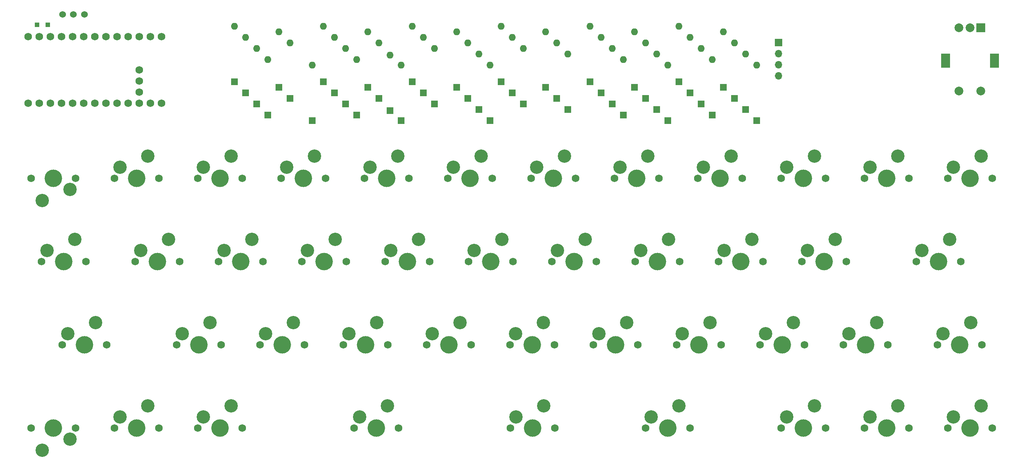
<source format=gbr>
%TF.GenerationSoftware,KiCad,Pcbnew,7.0.2*%
%TF.CreationDate,2023-10-29T18:34:14+01:00*%
%TF.ProjectId,0xcb-static-hs,30786362-2d73-4746-9174-69632d68732e,1.0*%
%TF.SameCoordinates,Original*%
%TF.FileFunction,Soldermask,Top*%
%TF.FilePolarity,Negative*%
%FSLAX46Y46*%
G04 Gerber Fmt 4.6, Leading zero omitted, Abs format (unit mm)*
G04 Created by KiCad (PCBNEW 7.0.2) date 2023-10-29 18:34:14*
%MOMM*%
%LPD*%
G01*
G04 APERTURE LIST*
%ADD10R,1.600000X1.600000*%
%ADD11O,1.600000X1.600000*%
%ADD12C,1.750000*%
%ADD13C,3.050000*%
%ADD14C,4.000000*%
%ADD15C,1.752600*%
%ADD16R,1.700000X1.700000*%
%ADD17O,1.700000X1.700000*%
%ADD18C,1.524000*%
%ADD19R,1.000000X1.000000*%
%ADD20R,2.000000X2.000000*%
%ADD21C,2.000000*%
%ADD22R,2.000000X3.200000*%
G04 APERTURE END LIST*
D10*
%TO.C,D36*%
X205549500Y-64262000D03*
D11*
X205549500Y-51562000D03*
%TD*%
D12*
%TO.C,MX22*%
X218440000Y-99060000D03*
D13*
X219710000Y-96520000D03*
D14*
X223520000Y-99060000D03*
D13*
X226060000Y-93980000D03*
D12*
X228600000Y-99060000D03*
%TD*%
D10*
%TO.C,D47*%
X197929500Y-65532000D03*
D11*
X197929500Y-52832000D03*
%TD*%
D12*
%TO.C,MX27*%
X94615000Y-118110000D03*
D13*
X95885000Y-115570000D03*
D14*
X99695000Y-118110000D03*
D13*
X102235000Y-113030000D03*
D12*
X104775000Y-118110000D03*
%TD*%
D10*
%TO.C,D20*%
X162369500Y-61722000D03*
D11*
X162369500Y-49022000D03*
%TD*%
D15*
%TO.C,U1*%
X44126810Y-62825040D03*
X46666810Y-62825040D03*
X49206810Y-62825040D03*
X51746810Y-62825040D03*
X54286810Y-62825040D03*
X56826810Y-62825040D03*
X59366810Y-62825040D03*
X61906810Y-62825040D03*
X64446810Y-62825040D03*
X66986810Y-62825040D03*
X69526810Y-62825040D03*
X72066810Y-62825040D03*
X72066810Y-47585040D03*
X69526810Y-47585040D03*
X66986810Y-47585040D03*
X64446810Y-47585040D03*
X61906810Y-47585040D03*
X59366810Y-47585040D03*
X56826810Y-47585040D03*
X54286810Y-47585040D03*
X51746810Y-47585040D03*
X49206810Y-47585040D03*
X46666810Y-47585040D03*
X44126810Y-47585040D03*
X66986810Y-60285040D03*
X66986810Y-57745040D03*
X66986810Y-55205040D03*
X41586810Y-62825040D03*
X41586810Y-47585040D03*
%TD*%
D12*
%TO.C,MX25*%
X49371300Y-118110000D03*
D13*
X50641300Y-115570000D03*
D14*
X54451300Y-118110000D03*
D13*
X56991300Y-113030000D03*
D12*
X59531300Y-118110000D03*
%TD*%
%TO.C,MX41*%
X182730000Y-137160000D03*
D13*
X184000000Y-134620000D03*
D14*
X187810000Y-137160000D03*
D13*
X190350000Y-132080000D03*
D12*
X192890000Y-137160000D03*
%TD*%
D16*
%TO.C,OL1*%
X213110000Y-48980000D03*
D17*
X213110000Y-51520000D03*
X213110000Y-54060000D03*
X213110000Y-56600000D03*
%TD*%
D10*
%TO.C,D10*%
X180149500Y-59182000D03*
D11*
X180149500Y-46482000D03*
%TD*%
D12*
%TO.C,MX21*%
X199390000Y-99060000D03*
D13*
X200660000Y-96520000D03*
D14*
X204470000Y-99060000D03*
D13*
X207010000Y-93980000D03*
D12*
X209550000Y-99060000D03*
%TD*%
D18*
%TO.C,REF\u002A\u002A*%
X51938420Y-42480418D03*
X49438420Y-42480418D03*
X54438420Y-42480418D03*
%TD*%
D10*
%TO.C,D14*%
X101409500Y-61722000D03*
D11*
X101409500Y-49022000D03*
%TD*%
D12*
%TO.C,MX11*%
X232727500Y-80010000D03*
D13*
X233997500Y-77470000D03*
D14*
X237807500Y-80010000D03*
D13*
X240347500Y-74930000D03*
D12*
X242887500Y-80010000D03*
%TD*%
%TO.C,MX14*%
X66040000Y-99060000D03*
D13*
X67310000Y-96520000D03*
D14*
X71120000Y-99060000D03*
D13*
X73660000Y-93980000D03*
D12*
X76200000Y-99060000D03*
%TD*%
%TO.C,MX31*%
X170815000Y-118110000D03*
D13*
X172085000Y-115570000D03*
D14*
X175895000Y-118110000D03*
D13*
X178435000Y-113030000D03*
D12*
X180975000Y-118110000D03*
%TD*%
%TO.C,MX16*%
X104140000Y-99060000D03*
D13*
X105410000Y-96520000D03*
D14*
X109220000Y-99060000D03*
D13*
X111760000Y-93980000D03*
D12*
X114300000Y-99060000D03*
%TD*%
D10*
%TO.C,D27*%
X114109500Y-62992000D03*
D11*
X114109500Y-50292000D03*
%TD*%
D10*
%TO.C,D28*%
X124269500Y-64516000D03*
D11*
X124269500Y-51816000D03*
%TD*%
D12*
%TO.C,MX10*%
X213677500Y-80010000D03*
D13*
X214947500Y-77470000D03*
D14*
X218757500Y-80010000D03*
D13*
X221297500Y-74930000D03*
D12*
X223837500Y-80010000D03*
%TD*%
%TO.C,MX29*%
X132715000Y-118110000D03*
D13*
X133985000Y-115570000D03*
D14*
X137795000Y-118110000D03*
D13*
X140335000Y-113030000D03*
D12*
X142875000Y-118110000D03*
%TD*%
%TO.C,MX33*%
X208915000Y-118110000D03*
D13*
X210185000Y-115570000D03*
D14*
X213995000Y-118110000D03*
D13*
X216535000Y-113030000D03*
D12*
X219075000Y-118110000D03*
%TD*%
D10*
%TO.C,D17*%
X131889500Y-60452000D03*
D11*
X131889500Y-47752000D03*
%TD*%
D10*
%TO.C,D40*%
X126809500Y-66802000D03*
D11*
X126809500Y-54102000D03*
%TD*%
D10*
%TO.C,D32*%
X164909500Y-64262000D03*
D11*
X164909500Y-51562000D03*
%TD*%
D12*
%TO.C,MX39*%
X116046300Y-137160000D03*
D13*
X117316300Y-134620000D03*
D14*
X121126300Y-137160000D03*
D13*
X123666300Y-132080000D03*
D12*
X126206300Y-137160000D03*
%TD*%
D10*
%TO.C,D48*%
X208089500Y-66802000D03*
D11*
X208089500Y-54102000D03*
%TD*%
D12*
%TO.C,MX40_1*%
X151780000Y-137160000D03*
D13*
X153050000Y-134620000D03*
D14*
X156860000Y-137160000D03*
D13*
X159400000Y-132080000D03*
D12*
X161940000Y-137160000D03*
%TD*%
D10*
%TO.C,D19*%
X152209500Y-60452000D03*
D11*
X152209500Y-47752000D03*
%TD*%
D10*
%TO.C,D35*%
X195389500Y-62992000D03*
D11*
X195389500Y-50292000D03*
%TD*%
D10*
%TO.C,D45*%
X177609500Y-65532000D03*
D11*
X177609500Y-52832000D03*
%TD*%
D10*
%TO.C,D4*%
X119189500Y-59182000D03*
D11*
X119189500Y-46482000D03*
%TD*%
D10*
%TO.C,D22*%
X182689500Y-61722000D03*
D11*
X182689500Y-49022000D03*
%TD*%
D10*
%TO.C,D25*%
X93789500Y-62992000D03*
D11*
X93789500Y-50292000D03*
%TD*%
D12*
%TO.C,MX44*%
X251777500Y-137160000D03*
D13*
X253047500Y-134620000D03*
D14*
X256857500Y-137160000D03*
D13*
X259397500Y-132080000D03*
D12*
X261937500Y-137160000D03*
%TD*%
%TO.C,MX4*%
X99377500Y-80010000D03*
D13*
X100647500Y-77470000D03*
D14*
X104457500Y-80010000D03*
D13*
X106997500Y-74930000D03*
D12*
X109537500Y-80010000D03*
%TD*%
D10*
%TO.C,D24*%
X203009500Y-61722000D03*
D11*
X203009500Y-49022000D03*
%TD*%
D12*
%TO.C,MX24*%
X251777500Y-80010000D03*
D13*
X253047500Y-77470000D03*
D14*
X256857500Y-80010000D03*
D13*
X259397500Y-74930000D03*
D12*
X261937500Y-80010000D03*
%TD*%
%TO.C,MX37*%
X61277500Y-137160000D03*
D13*
X62547500Y-134620000D03*
D14*
X66357500Y-137160000D03*
D13*
X68897500Y-132080000D03*
D12*
X71437500Y-137160000D03*
%TD*%
%TO.C,MX20*%
X180340000Y-99060000D03*
D13*
X181610000Y-96520000D03*
D14*
X185420000Y-99060000D03*
D13*
X187960000Y-93980000D03*
D12*
X190500000Y-99060000D03*
%TD*%
D10*
%TO.C,D9*%
X169989500Y-57912000D03*
D11*
X169989500Y-45212000D03*
%TD*%
D12*
%TO.C,MX7*%
X156527500Y-80010000D03*
D13*
X157797500Y-77470000D03*
D14*
X161607500Y-80010000D03*
D13*
X164147500Y-74930000D03*
D12*
X166687500Y-80010000D03*
%TD*%
%TO.C,MX36*%
X52387500Y-137160000D03*
D13*
X51117500Y-139700000D03*
D14*
X47307500Y-137160000D03*
D13*
X44767500Y-142240000D03*
D12*
X42227500Y-137160000D03*
%TD*%
D10*
%TO.C,D39*%
X116649500Y-65532000D03*
D11*
X116649500Y-52832000D03*
%TD*%
D10*
%TO.C,D13*%
X91249500Y-60452000D03*
D11*
X91249500Y-47752000D03*
%TD*%
D12*
%TO.C,MX42*%
X213677500Y-137160000D03*
D13*
X214947500Y-134620000D03*
D14*
X218757500Y-137160000D03*
D13*
X221297500Y-132080000D03*
D12*
X223837500Y-137160000D03*
%TD*%
D10*
%TO.C,D12*%
X200469500Y-59182000D03*
D11*
X200469500Y-46482000D03*
%TD*%
D10*
%TO.C,D7*%
X149669500Y-57912000D03*
D11*
X149669500Y-45212000D03*
%TD*%
D12*
%TO.C,MX17*%
X123190000Y-99060000D03*
D13*
X124460000Y-96520000D03*
D14*
X128270000Y-99060000D03*
D13*
X130810000Y-93980000D03*
D12*
X133350000Y-99060000D03*
%TD*%
%TO.C,MX30*%
X151765000Y-118110000D03*
D13*
X153035000Y-115570000D03*
D14*
X156845000Y-118110000D03*
D13*
X159385000Y-113030000D03*
D12*
X161925000Y-118110000D03*
%TD*%
D10*
%TO.C,D3*%
X109029500Y-57912000D03*
D11*
X109029500Y-45212000D03*
%TD*%
D10*
%TO.C,D5*%
X129349500Y-57912000D03*
D11*
X129349500Y-45212000D03*
%TD*%
D12*
%TO.C,MX8*%
X175577500Y-80010000D03*
D13*
X176847500Y-77470000D03*
D14*
X180657500Y-80010000D03*
D13*
X183197500Y-74930000D03*
D12*
X185737500Y-80010000D03*
%TD*%
%TO.C,MX5*%
X118427500Y-80010000D03*
D13*
X119697500Y-77470000D03*
D14*
X123507500Y-80010000D03*
D13*
X126047500Y-74930000D03*
D12*
X128587500Y-80010000D03*
%TD*%
%TO.C,MX34*%
X227965000Y-118110000D03*
D13*
X229235000Y-115570000D03*
D14*
X233045000Y-118110000D03*
D13*
X235585000Y-113030000D03*
D12*
X238125000Y-118110000D03*
%TD*%
D19*
%TO.C,B+*%
X46060848Y-44862345D03*
%TD*%
D10*
%TO.C,D8*%
X159829500Y-59182000D03*
D11*
X159829500Y-46482000D03*
%TD*%
D12*
%TO.C,MX28*%
X113665000Y-118110000D03*
D13*
X114935000Y-115570000D03*
D14*
X118745000Y-118110000D03*
D13*
X121285000Y-113030000D03*
D12*
X123825000Y-118110000D03*
%TD*%
%TO.C,MX19*%
X161290000Y-99060000D03*
D13*
X162560000Y-96520000D03*
D14*
X166370000Y-99060000D03*
D13*
X168910000Y-93980000D03*
D12*
X171450000Y-99060000D03*
%TD*%
D10*
%TO.C,D16*%
X121729500Y-61722000D03*
D11*
X121729500Y-49022000D03*
%TD*%
D12*
%TO.C,MX15*%
X85090000Y-99060000D03*
D13*
X86360000Y-96520000D03*
D14*
X90170000Y-99060000D03*
D13*
X92710000Y-93980000D03*
D12*
X95250000Y-99060000D03*
%TD*%
D10*
%TO.C,D6*%
X139509500Y-59182000D03*
D11*
X139509500Y-46482000D03*
%TD*%
D10*
%TO.C,D15*%
X111569500Y-60452000D03*
D11*
X111569500Y-47752000D03*
%TD*%
D12*
%TO.C,MX43*%
X232727500Y-137160000D03*
D13*
X233997500Y-134620000D03*
D14*
X237807500Y-137160000D03*
D13*
X240347500Y-132080000D03*
D12*
X242887500Y-137160000D03*
%TD*%
D10*
%TO.C,D23*%
X192849500Y-60452000D03*
D11*
X192849500Y-47752000D03*
%TD*%
D12*
%TO.C,MX18*%
X142240000Y-99060000D03*
D13*
X143510000Y-96520000D03*
D14*
X147320000Y-99060000D03*
D13*
X149860000Y-93980000D03*
D12*
X152400000Y-99060000D03*
%TD*%
D10*
%TO.C,D31*%
X154749500Y-62992000D03*
D11*
X154749500Y-50292000D03*
%TD*%
D12*
%TO.C,MX23*%
X244633800Y-99060000D03*
D13*
X245903800Y-96520000D03*
D14*
X249713800Y-99060000D03*
D13*
X252253800Y-93980000D03*
D12*
X254793800Y-99060000D03*
%TD*%
D10*
%TO.C,D29*%
X134429500Y-62992000D03*
D11*
X134429500Y-50292000D03*
%TD*%
D10*
%TO.C,D1*%
X88709500Y-57912000D03*
D11*
X88709500Y-45212000D03*
%TD*%
D10*
%TO.C,D18*%
X142049500Y-61722000D03*
D11*
X142049500Y-49022000D03*
%TD*%
D10*
%TO.C,D46*%
X187769500Y-66802000D03*
D11*
X187769500Y-54102000D03*
%TD*%
D12*
%TO.C,MX35*%
X249396300Y-118110000D03*
D13*
X250666300Y-115570000D03*
D14*
X254476300Y-118110000D03*
D13*
X257016300Y-113030000D03*
D12*
X259556300Y-118110000D03*
%TD*%
D10*
%TO.C,D38*%
X106489500Y-66802000D03*
D11*
X106489500Y-54102000D03*
%TD*%
D12*
%TO.C,MX38*%
X80327500Y-137160000D03*
D13*
X81597500Y-134620000D03*
D14*
X85407500Y-137160000D03*
D13*
X87947500Y-132080000D03*
D12*
X90487500Y-137160000D03*
%TD*%
%TO.C,MX9*%
X194627500Y-80010000D03*
D13*
X195897500Y-77470000D03*
D14*
X199707500Y-80010000D03*
D13*
X202247500Y-74930000D03*
D12*
X204787500Y-80010000D03*
%TD*%
%TO.C,MX2*%
X61277500Y-80010000D03*
D13*
X62547500Y-77470000D03*
D14*
X66357500Y-80010000D03*
D13*
X68897500Y-74930000D03*
D12*
X71437500Y-80010000D03*
%TD*%
%TO.C,MX1*%
X52387500Y-80010000D03*
D13*
X51117500Y-82550000D03*
D14*
X47307500Y-80010000D03*
D13*
X44767500Y-85090000D03*
D12*
X42227500Y-80010000D03*
%TD*%
D10*
%TO.C,D30*%
X144589500Y-64262000D03*
D11*
X144589500Y-51562000D03*
%TD*%
D10*
%TO.C,D21*%
X172529500Y-60452000D03*
D11*
X172529500Y-47752000D03*
%TD*%
D10*
%TO.C,D2*%
X98869500Y-59182000D03*
D11*
X98869500Y-46482000D03*
%TD*%
D19*
%TO.C,B-*%
X43649267Y-44862345D03*
%TD*%
D10*
%TO.C,D34*%
X185229500Y-64262000D03*
D11*
X185229500Y-51562000D03*
%TD*%
D10*
%TO.C,D33*%
X175069500Y-62992000D03*
D11*
X175069500Y-50292000D03*
%TD*%
D12*
%TO.C,MX32*%
X189865000Y-118110000D03*
D13*
X191135000Y-115570000D03*
D14*
X194945000Y-118110000D03*
D13*
X197485000Y-113030000D03*
D12*
X200025000Y-118110000D03*
%TD*%
%TO.C,MX13*%
X44608800Y-99060000D03*
D13*
X45878800Y-96520000D03*
D14*
X49688800Y-99060000D03*
D13*
X52228800Y-93980000D03*
D12*
X54768800Y-99060000D03*
%TD*%
D20*
%TO.C,MX12*%
X259357500Y-45582000D03*
D21*
X254357500Y-45582000D03*
X256857500Y-45582000D03*
D22*
X262457500Y-53082000D03*
X251257500Y-53082000D03*
D21*
X254357500Y-60082000D03*
X259357500Y-60082000D03*
%TD*%
D10*
%TO.C,D42*%
X147129500Y-66802000D03*
D11*
X147129500Y-54102000D03*
%TD*%
D12*
%TO.C,MX3*%
X80327500Y-80010000D03*
D13*
X81597500Y-77470000D03*
D14*
X85407500Y-80010000D03*
D13*
X87947500Y-74930000D03*
D12*
X90487500Y-80010000D03*
%TD*%
D10*
%TO.C,D11*%
X190309500Y-57912000D03*
D11*
X190309500Y-45212000D03*
%TD*%
D10*
%TO.C,D37*%
X96329500Y-65532000D03*
D11*
X96329500Y-52832000D03*
%TD*%
D12*
%TO.C,MX26*%
X75565000Y-118110000D03*
D13*
X76835000Y-115570000D03*
D14*
X80645000Y-118110000D03*
D13*
X83185000Y-113030000D03*
D12*
X85725000Y-118110000D03*
%TD*%
%TO.C,MX6*%
X137477500Y-80010000D03*
D13*
X138747500Y-77470000D03*
D14*
X142557500Y-80010000D03*
D13*
X145097500Y-74930000D03*
D12*
X147637500Y-80010000D03*
%TD*%
M02*

</source>
